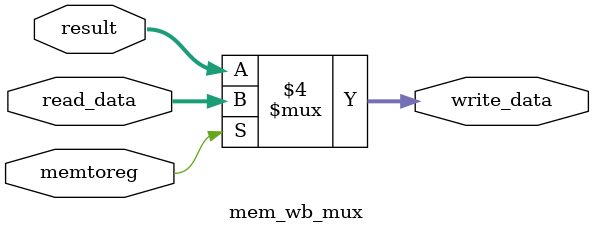
<source format=v>
`timescale 1ns / 1ps
module mem_wb_mux(
input memtoreg,
input [31:0] read_data,
input [31:0] result,
output reg [31:0] write_data
);

always @(read_data or result) begin
	if(memtoreg == 1)
	write_data = read_data;
	else
	write_data = result;
end
endmodule

</source>
